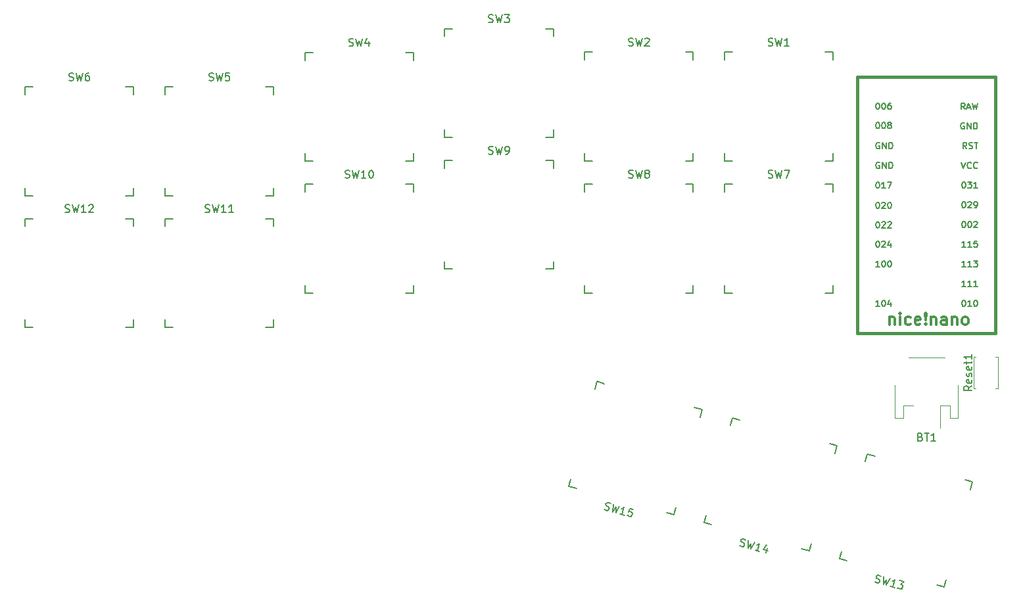
<source format=gbr>
%TF.GenerationSoftware,KiCad,Pcbnew,(5.1.12)-1*%
%TF.CreationDate,2021-12-12T00:25:17+00:00*%
%TF.ProjectId,StenoMi,5374656e-6f4d-4692-9e6b-696361645f70,rev?*%
%TF.SameCoordinates,Original*%
%TF.FileFunction,Legend,Top*%
%TF.FilePolarity,Positive*%
%FSLAX46Y46*%
G04 Gerber Fmt 4.6, Leading zero omitted, Abs format (unit mm)*
G04 Created by KiCad (PCBNEW (5.1.12)-1) date 2021-12-12 00:25:17*
%MOMM*%
%LPD*%
G01*
G04 APERTURE LIST*
%ADD10C,0.381000*%
%ADD11C,0.120000*%
%ADD12C,0.150000*%
%ADD13C,0.300000*%
G04 APERTURE END LIST*
D10*
%TO.C,U1*%
X142240000Y-40640000D02*
X142240000Y-71120000D01*
X142240000Y-71120000D02*
X160020000Y-71120000D01*
X160020000Y-71120000D02*
X160020000Y-40640000D01*
X160020000Y-40640000D02*
X160020000Y-38100000D01*
X160020000Y-38100000D02*
X142240000Y-38100000D01*
X142240000Y-38100000D02*
X142240000Y-40640000D01*
D11*
%TO.C,BT1*%
X155190000Y-77800000D02*
X155190000Y-82050000D01*
X155190000Y-82050000D02*
X154170000Y-82050000D01*
X154170000Y-82050000D02*
X154170000Y-80450000D01*
X154170000Y-80450000D02*
X152890000Y-80450000D01*
X152890000Y-80450000D02*
X152890000Y-83340000D01*
X147070000Y-77800000D02*
X147070000Y-82050000D01*
X147070000Y-82050000D02*
X148090000Y-82050000D01*
X148090000Y-82050000D02*
X148090000Y-80450000D01*
X148090000Y-80450000D02*
X149370000Y-80450000D01*
X153470000Y-74230000D02*
X148790000Y-74230000D01*
D12*
%TO.C,SW15*%
X106020184Y-91125667D02*
X105054258Y-90866847D01*
X105054258Y-90866847D02*
X105313077Y-89900922D01*
X108418905Y-78309812D02*
X108677725Y-77343886D01*
X108677725Y-77343886D02*
X109643650Y-77602705D01*
X121234760Y-80708533D02*
X122200686Y-80967353D01*
X122200686Y-80967353D02*
X121941867Y-81933278D01*
X118836039Y-93524388D02*
X118577219Y-94490314D01*
X118577219Y-94490314D02*
X117611294Y-94231495D01*
%TO.C,SW12*%
X48010210Y-56364687D02*
X49010210Y-56364687D01*
X49010210Y-56364687D02*
X49010210Y-57364687D01*
X49010210Y-69364687D02*
X49010210Y-70364687D01*
X49010210Y-70364687D02*
X48010210Y-70364687D01*
X36010210Y-70364687D02*
X35010210Y-70364687D01*
X35010210Y-70364687D02*
X35010210Y-69364687D01*
X35010210Y-57364687D02*
X35010210Y-56364687D01*
X35010210Y-56364687D02*
X36010210Y-56364687D01*
%TO.C,SW11*%
X66040034Y-56364687D02*
X67040034Y-56364687D01*
X67040034Y-56364687D02*
X67040034Y-57364687D01*
X67040034Y-69364687D02*
X67040034Y-70364687D01*
X67040034Y-70364687D02*
X66040034Y-70364687D01*
X54040034Y-70364687D02*
X53040034Y-70364687D01*
X53040034Y-70364687D02*
X53040034Y-69364687D01*
X53040034Y-57364687D02*
X53040034Y-56364687D01*
X53040034Y-56364687D02*
X54040034Y-56364687D01*
%TO.C,SW10*%
X84057608Y-51933077D02*
X85057608Y-51933077D01*
X85057608Y-51933077D02*
X85057608Y-52933077D01*
X85057608Y-64933077D02*
X85057608Y-65933077D01*
X85057608Y-65933077D02*
X84057608Y-65933077D01*
X72057608Y-65933077D02*
X71057608Y-65933077D01*
X71057608Y-65933077D02*
X71057608Y-64933077D01*
X71057608Y-52933077D02*
X71057608Y-51933077D01*
X71057608Y-51933077D02*
X72057608Y-51933077D01*
%TO.C,SW9*%
X102056221Y-48862250D02*
X103056221Y-48862250D01*
X103056221Y-48862250D02*
X103056221Y-49862250D01*
X103056221Y-61862250D02*
X103056221Y-62862250D01*
X103056221Y-62862250D02*
X102056221Y-62862250D01*
X90056221Y-62862250D02*
X89056221Y-62862250D01*
X89056221Y-62862250D02*
X89056221Y-61862250D01*
X89056221Y-49862250D02*
X89056221Y-48862250D01*
X89056221Y-48862250D02*
X90056221Y-48862250D01*
%TO.C,SW8*%
X120073910Y-51918007D02*
X121073910Y-51918007D01*
X121073910Y-51918007D02*
X121073910Y-52918007D01*
X121073910Y-64918007D02*
X121073910Y-65918007D01*
X121073910Y-65918007D02*
X120073910Y-65918007D01*
X108073910Y-65918007D02*
X107073910Y-65918007D01*
X107073910Y-65918007D02*
X107073910Y-64918007D01*
X107073910Y-52918007D02*
X107073910Y-51918007D01*
X107073910Y-51918007D02*
X108073910Y-51918007D01*
%TO.C,SW7*%
X138076304Y-51918007D02*
X139076304Y-51918007D01*
X139076304Y-51918007D02*
X139076304Y-52918007D01*
X139076304Y-64918007D02*
X139076304Y-65918007D01*
X139076304Y-65918007D02*
X138076304Y-65918007D01*
X126076304Y-65918007D02*
X125076304Y-65918007D01*
X125076304Y-65918007D02*
X125076304Y-64918007D01*
X125076304Y-52918007D02*
X125076304Y-51918007D01*
X125076304Y-51918007D02*
X126076304Y-51918007D01*
%TO.C,SW6*%
X48010210Y-39392980D02*
X49010210Y-39392980D01*
X49010210Y-39392980D02*
X49010210Y-40392980D01*
X49010210Y-52392980D02*
X49010210Y-53392980D01*
X49010210Y-53392980D02*
X48010210Y-53392980D01*
X36010210Y-53392980D02*
X35010210Y-53392980D01*
X35010210Y-53392980D02*
X35010210Y-52392980D01*
X35010210Y-40392980D02*
X35010210Y-39392980D01*
X35010210Y-39392980D02*
X36010210Y-39392980D01*
%TO.C,SW5*%
X66040034Y-39392980D02*
X67040034Y-39392980D01*
X67040034Y-39392980D02*
X67040034Y-40392980D01*
X67040034Y-52392980D02*
X67040034Y-53392980D01*
X67040034Y-53392980D02*
X66040034Y-53392980D01*
X54040034Y-53392980D02*
X53040034Y-53392980D01*
X53040034Y-53392980D02*
X53040034Y-52392980D01*
X53040034Y-40392980D02*
X53040034Y-39392980D01*
X53040034Y-39392980D02*
X54040034Y-39392980D01*
%TO.C,SW4*%
X84057608Y-34961370D02*
X85057608Y-34961370D01*
X85057608Y-34961370D02*
X85057608Y-35961370D01*
X85057608Y-47961370D02*
X85057608Y-48961370D01*
X85057608Y-48961370D02*
X84057608Y-48961370D01*
X72057608Y-48961370D02*
X71057608Y-48961370D01*
X71057608Y-48961370D02*
X71057608Y-47961370D01*
X71057608Y-35961370D02*
X71057608Y-34961370D01*
X71057608Y-34961370D02*
X72057608Y-34961370D01*
%TO.C,SW3*%
X102056221Y-31890543D02*
X103056221Y-31890543D01*
X103056221Y-31890543D02*
X103056221Y-32890543D01*
X103056221Y-44890543D02*
X103056221Y-45890543D01*
X103056221Y-45890543D02*
X102056221Y-45890543D01*
X90056221Y-45890543D02*
X89056221Y-45890543D01*
X89056221Y-45890543D02*
X89056221Y-44890543D01*
X89056221Y-32890543D02*
X89056221Y-31890543D01*
X89056221Y-31890543D02*
X90056221Y-31890543D01*
%TO.C,SW2*%
X120077606Y-34916303D02*
X121077606Y-34916303D01*
X121077606Y-34916303D02*
X121077606Y-35916303D01*
X121077606Y-47916303D02*
X121077606Y-48916303D01*
X121077606Y-48916303D02*
X120077606Y-48916303D01*
X108077606Y-48916303D02*
X107077606Y-48916303D01*
X107077606Y-48916303D02*
X107077606Y-47916303D01*
X107077606Y-35916303D02*
X107077606Y-34916303D01*
X107077606Y-34916303D02*
X108077606Y-34916303D01*
%TO.C,SW1*%
X138080000Y-34916303D02*
X139080000Y-34916303D01*
X139080000Y-34916303D02*
X139080000Y-35916303D01*
X139080000Y-47916303D02*
X139080000Y-48916303D01*
X139080000Y-48916303D02*
X138080000Y-48916303D01*
X126080000Y-48916303D02*
X125080000Y-48916303D01*
X125080000Y-48916303D02*
X125080000Y-47916303D01*
X125080000Y-35916303D02*
X125080000Y-34916303D01*
X125080000Y-34916303D02*
X126080000Y-34916303D01*
%TO.C,SW13*%
X140841407Y-100455986D02*
X139875481Y-100197166D01*
X139875481Y-100197166D02*
X140134300Y-99231241D01*
X143240128Y-87640131D02*
X143498948Y-86674205D01*
X143498948Y-86674205D02*
X144464873Y-86933024D01*
X156055983Y-90038852D02*
X157021909Y-90297672D01*
X157021909Y-90297672D02*
X156763090Y-91263597D01*
X153657262Y-102854707D02*
X153398442Y-103820633D01*
X153398442Y-103820633D02*
X152432517Y-103561814D01*
%TO.C,SW14*%
X123436359Y-95792317D02*
X122470433Y-95533497D01*
X122470433Y-95533497D02*
X122729252Y-94567572D01*
X125835080Y-82976462D02*
X126093900Y-82010536D01*
X126093900Y-82010536D02*
X127059825Y-82269355D01*
X138650935Y-85375183D02*
X139616861Y-85634003D01*
X139616861Y-85634003D02*
X139358042Y-86599928D01*
X136252214Y-98191038D02*
X135993394Y-99156964D01*
X135993394Y-99156964D02*
X135027469Y-98898145D01*
D11*
%TO.C,Reset1*%
X157180000Y-78270000D02*
X157180000Y-74130000D01*
X160020000Y-74130000D02*
X160320000Y-74130000D01*
X160320000Y-74130000D02*
X160320000Y-78270000D01*
X157480000Y-78270000D02*
X157180000Y-78270000D01*
X160320000Y-78270000D02*
X160020000Y-78270000D01*
X157180000Y-74130000D02*
X157480000Y-74130000D01*
%TO.C,U1*%
D13*
X146348285Y-69020571D02*
X146348285Y-70020571D01*
X146348285Y-69163428D02*
X146419714Y-69092000D01*
X146562571Y-69020571D01*
X146776857Y-69020571D01*
X146919714Y-69092000D01*
X146991142Y-69234857D01*
X146991142Y-70020571D01*
X147705428Y-70020571D02*
X147705428Y-69020571D01*
X147705428Y-68520571D02*
X147634000Y-68592000D01*
X147705428Y-68663428D01*
X147776857Y-68592000D01*
X147705428Y-68520571D01*
X147705428Y-68663428D01*
X149062571Y-69949142D02*
X148919714Y-70020571D01*
X148634000Y-70020571D01*
X148491142Y-69949142D01*
X148419714Y-69877714D01*
X148348285Y-69734857D01*
X148348285Y-69306285D01*
X148419714Y-69163428D01*
X148491142Y-69092000D01*
X148634000Y-69020571D01*
X148919714Y-69020571D01*
X149062571Y-69092000D01*
X150276857Y-69949142D02*
X150134000Y-70020571D01*
X149848285Y-70020571D01*
X149705428Y-69949142D01*
X149634000Y-69806285D01*
X149634000Y-69234857D01*
X149705428Y-69092000D01*
X149848285Y-69020571D01*
X150134000Y-69020571D01*
X150276857Y-69092000D01*
X150348285Y-69234857D01*
X150348285Y-69377714D01*
X149634000Y-69520571D01*
X150991142Y-69877714D02*
X151062571Y-69949142D01*
X150991142Y-70020571D01*
X150919714Y-69949142D01*
X150991142Y-69877714D01*
X150991142Y-70020571D01*
X150991142Y-69449142D02*
X150919714Y-68592000D01*
X150991142Y-68520571D01*
X151062571Y-68592000D01*
X150991142Y-69449142D01*
X150991142Y-68520571D01*
X151705428Y-69020571D02*
X151705428Y-70020571D01*
X151705428Y-69163428D02*
X151776857Y-69092000D01*
X151919714Y-69020571D01*
X152134000Y-69020571D01*
X152276857Y-69092000D01*
X152348285Y-69234857D01*
X152348285Y-70020571D01*
X153705428Y-70020571D02*
X153705428Y-69234857D01*
X153634000Y-69092000D01*
X153491142Y-69020571D01*
X153205428Y-69020571D01*
X153062571Y-69092000D01*
X153705428Y-69949142D02*
X153562571Y-70020571D01*
X153205428Y-70020571D01*
X153062571Y-69949142D01*
X152991142Y-69806285D01*
X152991142Y-69663428D01*
X153062571Y-69520571D01*
X153205428Y-69449142D01*
X153562571Y-69449142D01*
X153705428Y-69377714D01*
X154419714Y-69020571D02*
X154419714Y-70020571D01*
X154419714Y-69163428D02*
X154491142Y-69092000D01*
X154634000Y-69020571D01*
X154848285Y-69020571D01*
X154991142Y-69092000D01*
X155062571Y-69234857D01*
X155062571Y-70020571D01*
X155991142Y-70020571D02*
X155848285Y-69949142D01*
X155776857Y-69877714D01*
X155705428Y-69734857D01*
X155705428Y-69306285D01*
X155776857Y-69163428D01*
X155848285Y-69092000D01*
X155991142Y-69020571D01*
X156205428Y-69020571D01*
X156348285Y-69092000D01*
X156419714Y-69163428D01*
X156491142Y-69306285D01*
X156491142Y-69734857D01*
X156419714Y-69877714D01*
X156348285Y-69949142D01*
X156205428Y-70020571D01*
X155991142Y-70020571D01*
D12*
X155867191Y-66871904D02*
X155943381Y-66871904D01*
X156019571Y-66910000D01*
X156057667Y-66948095D01*
X156095762Y-67024285D01*
X156133857Y-67176666D01*
X156133857Y-67367142D01*
X156095762Y-67519523D01*
X156057667Y-67595714D01*
X156019571Y-67633809D01*
X155943381Y-67671904D01*
X155867191Y-67671904D01*
X155791000Y-67633809D01*
X155752905Y-67595714D01*
X155714810Y-67519523D01*
X155676714Y-67367142D01*
X155676714Y-67176666D01*
X155714810Y-67024285D01*
X155752905Y-66948095D01*
X155791000Y-66910000D01*
X155867191Y-66871904D01*
X156895762Y-67671904D02*
X156438619Y-67671904D01*
X156667191Y-67671904D02*
X156667191Y-66871904D01*
X156591000Y-66986190D01*
X156514810Y-67062380D01*
X156438619Y-67100476D01*
X157391000Y-66871904D02*
X157467191Y-66871904D01*
X157543381Y-66910000D01*
X157581476Y-66948095D01*
X157619571Y-67024285D01*
X157657667Y-67176666D01*
X157657667Y-67367142D01*
X157619571Y-67519523D01*
X157581476Y-67595714D01*
X157543381Y-67633809D01*
X157467191Y-67671904D01*
X157391000Y-67671904D01*
X157314810Y-67633809D01*
X157276714Y-67595714D01*
X157238619Y-67519523D01*
X157200524Y-67367142D01*
X157200524Y-67176666D01*
X157238619Y-67024285D01*
X157276714Y-66948095D01*
X157314810Y-66910000D01*
X157391000Y-66871904D01*
X156133857Y-60051904D02*
X155676714Y-60051904D01*
X155905286Y-60051904D02*
X155905286Y-59251904D01*
X155829095Y-59366190D01*
X155752905Y-59442380D01*
X155676714Y-59480476D01*
X156895762Y-60051904D02*
X156438619Y-60051904D01*
X156667191Y-60051904D02*
X156667191Y-59251904D01*
X156591000Y-59366190D01*
X156514810Y-59442380D01*
X156438619Y-59480476D01*
X157619571Y-59251904D02*
X157238619Y-59251904D01*
X157200524Y-59632857D01*
X157238619Y-59594761D01*
X157314810Y-59556666D01*
X157505286Y-59556666D01*
X157581476Y-59594761D01*
X157619571Y-59632857D01*
X157657667Y-59709047D01*
X157657667Y-59899523D01*
X157619571Y-59975714D01*
X157581476Y-60013809D01*
X157505286Y-60051904D01*
X157314810Y-60051904D01*
X157238619Y-60013809D01*
X157200524Y-59975714D01*
X155867191Y-56711904D02*
X155943381Y-56711904D01*
X156019571Y-56750000D01*
X156057667Y-56788095D01*
X156095762Y-56864285D01*
X156133857Y-57016666D01*
X156133857Y-57207142D01*
X156095762Y-57359523D01*
X156057667Y-57435714D01*
X156019571Y-57473809D01*
X155943381Y-57511904D01*
X155867191Y-57511904D01*
X155791000Y-57473809D01*
X155752905Y-57435714D01*
X155714810Y-57359523D01*
X155676714Y-57207142D01*
X155676714Y-57016666D01*
X155714810Y-56864285D01*
X155752905Y-56788095D01*
X155791000Y-56750000D01*
X155867191Y-56711904D01*
X156629095Y-56711904D02*
X156705286Y-56711904D01*
X156781476Y-56750000D01*
X156819571Y-56788095D01*
X156857667Y-56864285D01*
X156895762Y-57016666D01*
X156895762Y-57207142D01*
X156857667Y-57359523D01*
X156819571Y-57435714D01*
X156781476Y-57473809D01*
X156705286Y-57511904D01*
X156629095Y-57511904D01*
X156552905Y-57473809D01*
X156514810Y-57435714D01*
X156476714Y-57359523D01*
X156438619Y-57207142D01*
X156438619Y-57016666D01*
X156476714Y-56864285D01*
X156514810Y-56788095D01*
X156552905Y-56750000D01*
X156629095Y-56711904D01*
X157200524Y-56788095D02*
X157238619Y-56750000D01*
X157314810Y-56711904D01*
X157505286Y-56711904D01*
X157581476Y-56750000D01*
X157619571Y-56788095D01*
X157657667Y-56864285D01*
X157657667Y-56940476D01*
X157619571Y-57054761D01*
X157162429Y-57511904D01*
X157657667Y-57511904D01*
X155867191Y-54171904D02*
X155943381Y-54171904D01*
X156019571Y-54210000D01*
X156057667Y-54248095D01*
X156095762Y-54324285D01*
X156133857Y-54476666D01*
X156133857Y-54667142D01*
X156095762Y-54819523D01*
X156057667Y-54895714D01*
X156019571Y-54933809D01*
X155943381Y-54971904D01*
X155867191Y-54971904D01*
X155791000Y-54933809D01*
X155752905Y-54895714D01*
X155714810Y-54819523D01*
X155676714Y-54667142D01*
X155676714Y-54476666D01*
X155714810Y-54324285D01*
X155752905Y-54248095D01*
X155791000Y-54210000D01*
X155867191Y-54171904D01*
X156438619Y-54248095D02*
X156476714Y-54210000D01*
X156552905Y-54171904D01*
X156743381Y-54171904D01*
X156819571Y-54210000D01*
X156857667Y-54248095D01*
X156895762Y-54324285D01*
X156895762Y-54400476D01*
X156857667Y-54514761D01*
X156400524Y-54971904D01*
X156895762Y-54971904D01*
X157276714Y-54971904D02*
X157429095Y-54971904D01*
X157505286Y-54933809D01*
X157543381Y-54895714D01*
X157619571Y-54781428D01*
X157657667Y-54629047D01*
X157657667Y-54324285D01*
X157619571Y-54248095D01*
X157581476Y-54210000D01*
X157505286Y-54171904D01*
X157352905Y-54171904D01*
X157276714Y-54210000D01*
X157238619Y-54248095D01*
X157200524Y-54324285D01*
X157200524Y-54514761D01*
X157238619Y-54590952D01*
X157276714Y-54629047D01*
X157352905Y-54667142D01*
X157505286Y-54667142D01*
X157581476Y-54629047D01*
X157619571Y-54590952D01*
X157657667Y-54514761D01*
X156051334Y-42271904D02*
X155784667Y-41890952D01*
X155594191Y-42271904D02*
X155594191Y-41471904D01*
X155898953Y-41471904D01*
X155975143Y-41510000D01*
X156013238Y-41548095D01*
X156051334Y-41624285D01*
X156051334Y-41738571D01*
X156013238Y-41814761D01*
X155975143Y-41852857D01*
X155898953Y-41890952D01*
X155594191Y-41890952D01*
X156356095Y-42043333D02*
X156737048Y-42043333D01*
X156279905Y-42271904D02*
X156546572Y-41471904D01*
X156813238Y-42271904D01*
X157003715Y-41471904D02*
X157194191Y-42271904D01*
X157346572Y-41700476D01*
X157498953Y-42271904D01*
X157689429Y-41471904D01*
X155975143Y-44050000D02*
X155898952Y-44011904D01*
X155784667Y-44011904D01*
X155670381Y-44050000D01*
X155594190Y-44126190D01*
X155556095Y-44202380D01*
X155518000Y-44354761D01*
X155518000Y-44469047D01*
X155556095Y-44621428D01*
X155594190Y-44697619D01*
X155670381Y-44773809D01*
X155784667Y-44811904D01*
X155860857Y-44811904D01*
X155975143Y-44773809D01*
X156013238Y-44735714D01*
X156013238Y-44469047D01*
X155860857Y-44469047D01*
X156356095Y-44811904D02*
X156356095Y-44011904D01*
X156813238Y-44811904D01*
X156813238Y-44011904D01*
X157194190Y-44811904D02*
X157194190Y-44011904D01*
X157384667Y-44011904D01*
X157498952Y-44050000D01*
X157575143Y-44126190D01*
X157613238Y-44202380D01*
X157651333Y-44354761D01*
X157651333Y-44469047D01*
X157613238Y-44621428D01*
X157575143Y-44697619D01*
X157498952Y-44773809D01*
X157384667Y-44811904D01*
X157194190Y-44811904D01*
X156279904Y-47351904D02*
X156013238Y-46970952D01*
X155822761Y-47351904D02*
X155822761Y-46551904D01*
X156127523Y-46551904D01*
X156203714Y-46590000D01*
X156241809Y-46628095D01*
X156279904Y-46704285D01*
X156279904Y-46818571D01*
X156241809Y-46894761D01*
X156203714Y-46932857D01*
X156127523Y-46970952D01*
X155822761Y-46970952D01*
X156584666Y-47313809D02*
X156698952Y-47351904D01*
X156889428Y-47351904D01*
X156965619Y-47313809D01*
X157003714Y-47275714D01*
X157041809Y-47199523D01*
X157041809Y-47123333D01*
X157003714Y-47047142D01*
X156965619Y-47009047D01*
X156889428Y-46970952D01*
X156737047Y-46932857D01*
X156660857Y-46894761D01*
X156622761Y-46856666D01*
X156584666Y-46780476D01*
X156584666Y-46704285D01*
X156622761Y-46628095D01*
X156660857Y-46590000D01*
X156737047Y-46551904D01*
X156927523Y-46551904D01*
X157041809Y-46590000D01*
X157270380Y-46551904D02*
X157727523Y-46551904D01*
X157498952Y-47351904D02*
X157498952Y-46551904D01*
X155600524Y-49091904D02*
X155867191Y-49891904D01*
X156133857Y-49091904D01*
X156857667Y-49815714D02*
X156819571Y-49853809D01*
X156705286Y-49891904D01*
X156629095Y-49891904D01*
X156514810Y-49853809D01*
X156438619Y-49777619D01*
X156400524Y-49701428D01*
X156362429Y-49549047D01*
X156362429Y-49434761D01*
X156400524Y-49282380D01*
X156438619Y-49206190D01*
X156514810Y-49130000D01*
X156629095Y-49091904D01*
X156705286Y-49091904D01*
X156819571Y-49130000D01*
X156857667Y-49168095D01*
X157657667Y-49815714D02*
X157619571Y-49853809D01*
X157505286Y-49891904D01*
X157429095Y-49891904D01*
X157314810Y-49853809D01*
X157238619Y-49777619D01*
X157200524Y-49701428D01*
X157162429Y-49549047D01*
X157162429Y-49434761D01*
X157200524Y-49282380D01*
X157238619Y-49206190D01*
X157314810Y-49130000D01*
X157429095Y-49091904D01*
X157505286Y-49091904D01*
X157619571Y-49130000D01*
X157657667Y-49168095D01*
X155867191Y-51631904D02*
X155943381Y-51631904D01*
X156019571Y-51670000D01*
X156057667Y-51708095D01*
X156095762Y-51784285D01*
X156133857Y-51936666D01*
X156133857Y-52127142D01*
X156095762Y-52279523D01*
X156057667Y-52355714D01*
X156019571Y-52393809D01*
X155943381Y-52431904D01*
X155867191Y-52431904D01*
X155791000Y-52393809D01*
X155752905Y-52355714D01*
X155714810Y-52279523D01*
X155676714Y-52127142D01*
X155676714Y-51936666D01*
X155714810Y-51784285D01*
X155752905Y-51708095D01*
X155791000Y-51670000D01*
X155867191Y-51631904D01*
X156400524Y-51631904D02*
X156895762Y-51631904D01*
X156629095Y-51936666D01*
X156743381Y-51936666D01*
X156819571Y-51974761D01*
X156857667Y-52012857D01*
X156895762Y-52089047D01*
X156895762Y-52279523D01*
X156857667Y-52355714D01*
X156819571Y-52393809D01*
X156743381Y-52431904D01*
X156514810Y-52431904D01*
X156438619Y-52393809D01*
X156400524Y-52355714D01*
X157657667Y-52431904D02*
X157200524Y-52431904D01*
X157429095Y-52431904D02*
X157429095Y-51631904D01*
X157352905Y-51746190D01*
X157276714Y-51822380D01*
X157200524Y-51860476D01*
X156133857Y-62591904D02*
X155676714Y-62591904D01*
X155905286Y-62591904D02*
X155905286Y-61791904D01*
X155829095Y-61906190D01*
X155752905Y-61982380D01*
X155676714Y-62020476D01*
X156895762Y-62591904D02*
X156438619Y-62591904D01*
X156667191Y-62591904D02*
X156667191Y-61791904D01*
X156591000Y-61906190D01*
X156514810Y-61982380D01*
X156438619Y-62020476D01*
X157162429Y-61791904D02*
X157657667Y-61791904D01*
X157391000Y-62096666D01*
X157505286Y-62096666D01*
X157581476Y-62134761D01*
X157619571Y-62172857D01*
X157657667Y-62249047D01*
X157657667Y-62439523D01*
X157619571Y-62515714D01*
X157581476Y-62553809D01*
X157505286Y-62591904D01*
X157276714Y-62591904D01*
X157200524Y-62553809D01*
X157162429Y-62515714D01*
X156133857Y-65131904D02*
X155676714Y-65131904D01*
X155905286Y-65131904D02*
X155905286Y-64331904D01*
X155829095Y-64446190D01*
X155752905Y-64522380D01*
X155676714Y-64560476D01*
X156895762Y-65131904D02*
X156438619Y-65131904D01*
X156667191Y-65131904D02*
X156667191Y-64331904D01*
X156591000Y-64446190D01*
X156514810Y-64522380D01*
X156438619Y-64560476D01*
X157657667Y-65131904D02*
X157200524Y-65131904D01*
X157429095Y-65131904D02*
X157429095Y-64331904D01*
X157352905Y-64446190D01*
X157276714Y-64522380D01*
X157200524Y-64560476D01*
X145059476Y-67671904D02*
X144602333Y-67671904D01*
X144830905Y-67671904D02*
X144830905Y-66871904D01*
X144754714Y-66986190D01*
X144678524Y-67062380D01*
X144602333Y-67100476D01*
X145554714Y-66871904D02*
X145630905Y-66871904D01*
X145707095Y-66910000D01*
X145745190Y-66948095D01*
X145783286Y-67024285D01*
X145821381Y-67176666D01*
X145821381Y-67367142D01*
X145783286Y-67519523D01*
X145745190Y-67595714D01*
X145707095Y-67633809D01*
X145630905Y-67671904D01*
X145554714Y-67671904D01*
X145478524Y-67633809D01*
X145440429Y-67595714D01*
X145402333Y-67519523D01*
X145364238Y-67367142D01*
X145364238Y-67176666D01*
X145402333Y-67024285D01*
X145440429Y-66948095D01*
X145478524Y-66910000D01*
X145554714Y-66871904D01*
X146507095Y-67138571D02*
X146507095Y-67671904D01*
X146316619Y-66833809D02*
X146126143Y-67405238D01*
X146621381Y-67405238D01*
X145059476Y-62591904D02*
X144602333Y-62591904D01*
X144830905Y-62591904D02*
X144830905Y-61791904D01*
X144754714Y-61906190D01*
X144678524Y-61982380D01*
X144602333Y-62020476D01*
X145554714Y-61791904D02*
X145630905Y-61791904D01*
X145707095Y-61830000D01*
X145745190Y-61868095D01*
X145783286Y-61944285D01*
X145821381Y-62096666D01*
X145821381Y-62287142D01*
X145783286Y-62439523D01*
X145745190Y-62515714D01*
X145707095Y-62553809D01*
X145630905Y-62591904D01*
X145554714Y-62591904D01*
X145478524Y-62553809D01*
X145440429Y-62515714D01*
X145402333Y-62439523D01*
X145364238Y-62287142D01*
X145364238Y-62096666D01*
X145402333Y-61944285D01*
X145440429Y-61868095D01*
X145478524Y-61830000D01*
X145554714Y-61791904D01*
X146316619Y-61791904D02*
X146392810Y-61791904D01*
X146469000Y-61830000D01*
X146507095Y-61868095D01*
X146545190Y-61944285D01*
X146583286Y-62096666D01*
X146583286Y-62287142D01*
X146545190Y-62439523D01*
X146507095Y-62515714D01*
X146469000Y-62553809D01*
X146392810Y-62591904D01*
X146316619Y-62591904D01*
X146240429Y-62553809D01*
X146202333Y-62515714D01*
X146164238Y-62439523D01*
X146126143Y-62287142D01*
X146126143Y-62096666D01*
X146164238Y-61944285D01*
X146202333Y-61868095D01*
X146240429Y-61830000D01*
X146316619Y-61791904D01*
X144792810Y-59251904D02*
X144869000Y-59251904D01*
X144945190Y-59290000D01*
X144983286Y-59328095D01*
X145021381Y-59404285D01*
X145059476Y-59556666D01*
X145059476Y-59747142D01*
X145021381Y-59899523D01*
X144983286Y-59975714D01*
X144945190Y-60013809D01*
X144869000Y-60051904D01*
X144792810Y-60051904D01*
X144716619Y-60013809D01*
X144678524Y-59975714D01*
X144640429Y-59899523D01*
X144602333Y-59747142D01*
X144602333Y-59556666D01*
X144640429Y-59404285D01*
X144678524Y-59328095D01*
X144716619Y-59290000D01*
X144792810Y-59251904D01*
X145364238Y-59328095D02*
X145402333Y-59290000D01*
X145478524Y-59251904D01*
X145669000Y-59251904D01*
X145745190Y-59290000D01*
X145783286Y-59328095D01*
X145821381Y-59404285D01*
X145821381Y-59480476D01*
X145783286Y-59594761D01*
X145326143Y-60051904D01*
X145821381Y-60051904D01*
X146507095Y-59518571D02*
X146507095Y-60051904D01*
X146316619Y-59213809D02*
X146126143Y-59785238D01*
X146621381Y-59785238D01*
X144792810Y-56741904D02*
X144869000Y-56741904D01*
X144945190Y-56780000D01*
X144983286Y-56818095D01*
X145021381Y-56894285D01*
X145059476Y-57046666D01*
X145059476Y-57237142D01*
X145021381Y-57389523D01*
X144983286Y-57465714D01*
X144945190Y-57503809D01*
X144869000Y-57541904D01*
X144792810Y-57541904D01*
X144716619Y-57503809D01*
X144678524Y-57465714D01*
X144640429Y-57389523D01*
X144602333Y-57237142D01*
X144602333Y-57046666D01*
X144640429Y-56894285D01*
X144678524Y-56818095D01*
X144716619Y-56780000D01*
X144792810Y-56741904D01*
X145364238Y-56818095D02*
X145402333Y-56780000D01*
X145478524Y-56741904D01*
X145669000Y-56741904D01*
X145745190Y-56780000D01*
X145783286Y-56818095D01*
X145821381Y-56894285D01*
X145821381Y-56970476D01*
X145783286Y-57084761D01*
X145326143Y-57541904D01*
X145821381Y-57541904D01*
X146126143Y-56818095D02*
X146164238Y-56780000D01*
X146240429Y-56741904D01*
X146430905Y-56741904D01*
X146507095Y-56780000D01*
X146545190Y-56818095D01*
X146583286Y-56894285D01*
X146583286Y-56970476D01*
X146545190Y-57084761D01*
X146088048Y-57541904D01*
X146583286Y-57541904D01*
X145059476Y-46590000D02*
X144983285Y-46551904D01*
X144869000Y-46551904D01*
X144754714Y-46590000D01*
X144678523Y-46666190D01*
X144640428Y-46742380D01*
X144602333Y-46894761D01*
X144602333Y-47009047D01*
X144640428Y-47161428D01*
X144678523Y-47237619D01*
X144754714Y-47313809D01*
X144869000Y-47351904D01*
X144945190Y-47351904D01*
X145059476Y-47313809D01*
X145097571Y-47275714D01*
X145097571Y-47009047D01*
X144945190Y-47009047D01*
X145440428Y-47351904D02*
X145440428Y-46551904D01*
X145897571Y-47351904D01*
X145897571Y-46551904D01*
X146278523Y-47351904D02*
X146278523Y-46551904D01*
X146469000Y-46551904D01*
X146583285Y-46590000D01*
X146659476Y-46666190D01*
X146697571Y-46742380D01*
X146735666Y-46894761D01*
X146735666Y-47009047D01*
X146697571Y-47161428D01*
X146659476Y-47237619D01*
X146583285Y-47313809D01*
X146469000Y-47351904D01*
X146278523Y-47351904D01*
X145059476Y-49130000D02*
X144983285Y-49091904D01*
X144869000Y-49091904D01*
X144754714Y-49130000D01*
X144678523Y-49206190D01*
X144640428Y-49282380D01*
X144602333Y-49434761D01*
X144602333Y-49549047D01*
X144640428Y-49701428D01*
X144678523Y-49777619D01*
X144754714Y-49853809D01*
X144869000Y-49891904D01*
X144945190Y-49891904D01*
X145059476Y-49853809D01*
X145097571Y-49815714D01*
X145097571Y-49549047D01*
X144945190Y-49549047D01*
X145440428Y-49891904D02*
X145440428Y-49091904D01*
X145897571Y-49891904D01*
X145897571Y-49091904D01*
X146278523Y-49891904D02*
X146278523Y-49091904D01*
X146469000Y-49091904D01*
X146583285Y-49130000D01*
X146659476Y-49206190D01*
X146697571Y-49282380D01*
X146735666Y-49434761D01*
X146735666Y-49549047D01*
X146697571Y-49701428D01*
X146659476Y-49777619D01*
X146583285Y-49853809D01*
X146469000Y-49891904D01*
X146278523Y-49891904D01*
X144792810Y-51641904D02*
X144869000Y-51641904D01*
X144945190Y-51680000D01*
X144983286Y-51718095D01*
X145021381Y-51794285D01*
X145059476Y-51946666D01*
X145059476Y-52137142D01*
X145021381Y-52289523D01*
X144983286Y-52365714D01*
X144945190Y-52403809D01*
X144869000Y-52441904D01*
X144792810Y-52441904D01*
X144716619Y-52403809D01*
X144678524Y-52365714D01*
X144640429Y-52289523D01*
X144602333Y-52137142D01*
X144602333Y-51946666D01*
X144640429Y-51794285D01*
X144678524Y-51718095D01*
X144716619Y-51680000D01*
X144792810Y-51641904D01*
X145821381Y-52441904D02*
X145364238Y-52441904D01*
X145592810Y-52441904D02*
X145592810Y-51641904D01*
X145516619Y-51756190D01*
X145440429Y-51832380D01*
X145364238Y-51870476D01*
X146088048Y-51641904D02*
X146621381Y-51641904D01*
X146278524Y-52441904D01*
X144792810Y-54241904D02*
X144869000Y-54241904D01*
X144945190Y-54280000D01*
X144983286Y-54318095D01*
X145021381Y-54394285D01*
X145059476Y-54546666D01*
X145059476Y-54737142D01*
X145021381Y-54889523D01*
X144983286Y-54965714D01*
X144945190Y-55003809D01*
X144869000Y-55041904D01*
X144792810Y-55041904D01*
X144716619Y-55003809D01*
X144678524Y-54965714D01*
X144640429Y-54889523D01*
X144602333Y-54737142D01*
X144602333Y-54546666D01*
X144640429Y-54394285D01*
X144678524Y-54318095D01*
X144716619Y-54280000D01*
X144792810Y-54241904D01*
X145364238Y-54318095D02*
X145402333Y-54280000D01*
X145478524Y-54241904D01*
X145669000Y-54241904D01*
X145745190Y-54280000D01*
X145783286Y-54318095D01*
X145821381Y-54394285D01*
X145821381Y-54470476D01*
X145783286Y-54584761D01*
X145326143Y-55041904D01*
X145821381Y-55041904D01*
X146316619Y-54241904D02*
X146392810Y-54241904D01*
X146469000Y-54280000D01*
X146507095Y-54318095D01*
X146545190Y-54394285D01*
X146583286Y-54546666D01*
X146583286Y-54737142D01*
X146545190Y-54889523D01*
X146507095Y-54965714D01*
X146469000Y-55003809D01*
X146392810Y-55041904D01*
X146316619Y-55041904D01*
X146240429Y-55003809D01*
X146202333Y-54965714D01*
X146164238Y-54889523D01*
X146126143Y-54737142D01*
X146126143Y-54546666D01*
X146164238Y-54394285D01*
X146202333Y-54318095D01*
X146240429Y-54280000D01*
X146316619Y-54241904D01*
X144792810Y-43941904D02*
X144869000Y-43941904D01*
X144945190Y-43980000D01*
X144983286Y-44018095D01*
X145021381Y-44094285D01*
X145059476Y-44246666D01*
X145059476Y-44437142D01*
X145021381Y-44589523D01*
X144983286Y-44665714D01*
X144945190Y-44703809D01*
X144869000Y-44741904D01*
X144792810Y-44741904D01*
X144716619Y-44703809D01*
X144678524Y-44665714D01*
X144640429Y-44589523D01*
X144602333Y-44437142D01*
X144602333Y-44246666D01*
X144640429Y-44094285D01*
X144678524Y-44018095D01*
X144716619Y-43980000D01*
X144792810Y-43941904D01*
X145554714Y-43941904D02*
X145630905Y-43941904D01*
X145707095Y-43980000D01*
X145745190Y-44018095D01*
X145783286Y-44094285D01*
X145821381Y-44246666D01*
X145821381Y-44437142D01*
X145783286Y-44589523D01*
X145745190Y-44665714D01*
X145707095Y-44703809D01*
X145630905Y-44741904D01*
X145554714Y-44741904D01*
X145478524Y-44703809D01*
X145440429Y-44665714D01*
X145402333Y-44589523D01*
X145364238Y-44437142D01*
X145364238Y-44246666D01*
X145402333Y-44094285D01*
X145440429Y-44018095D01*
X145478524Y-43980000D01*
X145554714Y-43941904D01*
X146278524Y-44284761D02*
X146202333Y-44246666D01*
X146164238Y-44208571D01*
X146126143Y-44132380D01*
X146126143Y-44094285D01*
X146164238Y-44018095D01*
X146202333Y-43980000D01*
X146278524Y-43941904D01*
X146430905Y-43941904D01*
X146507095Y-43980000D01*
X146545190Y-44018095D01*
X146583286Y-44094285D01*
X146583286Y-44132380D01*
X146545190Y-44208571D01*
X146507095Y-44246666D01*
X146430905Y-44284761D01*
X146278524Y-44284761D01*
X146202333Y-44322857D01*
X146164238Y-44360952D01*
X146126143Y-44437142D01*
X146126143Y-44589523D01*
X146164238Y-44665714D01*
X146202333Y-44703809D01*
X146278524Y-44741904D01*
X146430905Y-44741904D01*
X146507095Y-44703809D01*
X146545190Y-44665714D01*
X146583286Y-44589523D01*
X146583286Y-44437142D01*
X146545190Y-44360952D01*
X146507095Y-44322857D01*
X146430905Y-44284761D01*
X144792810Y-41471904D02*
X144869000Y-41471904D01*
X144945190Y-41510000D01*
X144983286Y-41548095D01*
X145021381Y-41624285D01*
X145059476Y-41776666D01*
X145059476Y-41967142D01*
X145021381Y-42119523D01*
X144983286Y-42195714D01*
X144945190Y-42233809D01*
X144869000Y-42271904D01*
X144792810Y-42271904D01*
X144716619Y-42233809D01*
X144678524Y-42195714D01*
X144640429Y-42119523D01*
X144602333Y-41967142D01*
X144602333Y-41776666D01*
X144640429Y-41624285D01*
X144678524Y-41548095D01*
X144716619Y-41510000D01*
X144792810Y-41471904D01*
X145554714Y-41471904D02*
X145630905Y-41471904D01*
X145707095Y-41510000D01*
X145745190Y-41548095D01*
X145783286Y-41624285D01*
X145821381Y-41776666D01*
X145821381Y-41967142D01*
X145783286Y-42119523D01*
X145745190Y-42195714D01*
X145707095Y-42233809D01*
X145630905Y-42271904D01*
X145554714Y-42271904D01*
X145478524Y-42233809D01*
X145440429Y-42195714D01*
X145402333Y-42119523D01*
X145364238Y-41967142D01*
X145364238Y-41776666D01*
X145402333Y-41624285D01*
X145440429Y-41548095D01*
X145478524Y-41510000D01*
X145554714Y-41471904D01*
X146507095Y-41471904D02*
X146354714Y-41471904D01*
X146278524Y-41510000D01*
X146240429Y-41548095D01*
X146164238Y-41662380D01*
X146126143Y-41814761D01*
X146126143Y-42119523D01*
X146164238Y-42195714D01*
X146202333Y-42233809D01*
X146278524Y-42271904D01*
X146430905Y-42271904D01*
X146507095Y-42233809D01*
X146545190Y-42195714D01*
X146583286Y-42119523D01*
X146583286Y-41929047D01*
X146545190Y-41852857D01*
X146507095Y-41814761D01*
X146430905Y-41776666D01*
X146278524Y-41776666D01*
X146202333Y-41814761D01*
X146164238Y-41852857D01*
X146126143Y-41929047D01*
%TO.C,BT1*%
X150344285Y-84468571D02*
X150487142Y-84516190D01*
X150534761Y-84563809D01*
X150582380Y-84659047D01*
X150582380Y-84801904D01*
X150534761Y-84897142D01*
X150487142Y-84944761D01*
X150391904Y-84992380D01*
X150010952Y-84992380D01*
X150010952Y-83992380D01*
X150344285Y-83992380D01*
X150439523Y-84040000D01*
X150487142Y-84087619D01*
X150534761Y-84182857D01*
X150534761Y-84278095D01*
X150487142Y-84373333D01*
X150439523Y-84420952D01*
X150344285Y-84468571D01*
X150010952Y-84468571D01*
X150868095Y-83992380D02*
X151439523Y-83992380D01*
X151153809Y-84992380D02*
X151153809Y-83992380D01*
X152296666Y-84992380D02*
X151725238Y-84992380D01*
X152010952Y-84992380D02*
X152010952Y-83992380D01*
X151915714Y-84135238D01*
X151820476Y-84230476D01*
X151725238Y-84278095D01*
%TO.C,SW15*%
X109638295Y-93813448D02*
X109763959Y-93896419D01*
X109993942Y-93958042D01*
X110098259Y-93936695D01*
X110156580Y-93903024D01*
X110227226Y-93823355D01*
X110251876Y-93731363D01*
X110230529Y-93627045D01*
X110196857Y-93568724D01*
X110117189Y-93498078D01*
X109945528Y-93402782D01*
X109865859Y-93332137D01*
X109832188Y-93273815D01*
X109810841Y-93169498D01*
X109835490Y-93077505D01*
X109906136Y-92997837D01*
X109964457Y-92964165D01*
X110068775Y-92942818D01*
X110298757Y-93004441D01*
X110424422Y-93087412D01*
X110758722Y-93127689D02*
X110729885Y-94155238D01*
X111098742Y-93514590D01*
X111097857Y-94253836D01*
X111586658Y-93349533D01*
X112201772Y-94549629D02*
X111649815Y-94401732D01*
X111925793Y-94475681D02*
X112184612Y-93509755D01*
X112055645Y-93623095D01*
X111939003Y-93690438D01*
X111834685Y-93711785D01*
X113334524Y-93817873D02*
X112874559Y-93694625D01*
X112705316Y-94142265D01*
X112763637Y-94108594D01*
X112867955Y-94087247D01*
X113097937Y-94148870D01*
X113177605Y-94219516D01*
X113211277Y-94277837D01*
X113232624Y-94382155D01*
X113171000Y-94612137D01*
X113100354Y-94691806D01*
X113042033Y-94725477D01*
X112937716Y-94746824D01*
X112707733Y-94685201D01*
X112628065Y-94614555D01*
X112594393Y-94556234D01*
%TO.C,SW12*%
X40200686Y-55514448D02*
X40343543Y-55562067D01*
X40581638Y-55562067D01*
X40676876Y-55514448D01*
X40724495Y-55466829D01*
X40772114Y-55371591D01*
X40772114Y-55276353D01*
X40724495Y-55181115D01*
X40676876Y-55133496D01*
X40581638Y-55085877D01*
X40391162Y-55038258D01*
X40295924Y-54990639D01*
X40248305Y-54943020D01*
X40200686Y-54847782D01*
X40200686Y-54752544D01*
X40248305Y-54657306D01*
X40295924Y-54609687D01*
X40391162Y-54562067D01*
X40629257Y-54562067D01*
X40772114Y-54609687D01*
X41105448Y-54562067D02*
X41343543Y-55562067D01*
X41534019Y-54847782D01*
X41724495Y-55562067D01*
X41962590Y-54562067D01*
X42867352Y-55562067D02*
X42295924Y-55562067D01*
X42581638Y-55562067D02*
X42581638Y-54562067D01*
X42486400Y-54704925D01*
X42391162Y-54800163D01*
X42295924Y-54847782D01*
X43248305Y-54657306D02*
X43295924Y-54609687D01*
X43391162Y-54562067D01*
X43629257Y-54562067D01*
X43724495Y-54609687D01*
X43772114Y-54657306D01*
X43819733Y-54752544D01*
X43819733Y-54847782D01*
X43772114Y-54990639D01*
X43200686Y-55562067D01*
X43819733Y-55562067D01*
%TO.C,SW11*%
X58230510Y-55514448D02*
X58373367Y-55562067D01*
X58611462Y-55562067D01*
X58706700Y-55514448D01*
X58754319Y-55466829D01*
X58801938Y-55371591D01*
X58801938Y-55276353D01*
X58754319Y-55181115D01*
X58706700Y-55133496D01*
X58611462Y-55085877D01*
X58420986Y-55038258D01*
X58325748Y-54990639D01*
X58278129Y-54943020D01*
X58230510Y-54847782D01*
X58230510Y-54752544D01*
X58278129Y-54657306D01*
X58325748Y-54609687D01*
X58420986Y-54562067D01*
X58659081Y-54562067D01*
X58801938Y-54609687D01*
X59135272Y-54562067D02*
X59373367Y-55562067D01*
X59563843Y-54847782D01*
X59754319Y-55562067D01*
X59992414Y-54562067D01*
X60897176Y-55562067D02*
X60325748Y-55562067D01*
X60611462Y-55562067D02*
X60611462Y-54562067D01*
X60516224Y-54704925D01*
X60420986Y-54800163D01*
X60325748Y-54847782D01*
X61849557Y-55562067D02*
X61278129Y-55562067D01*
X61563843Y-55562067D02*
X61563843Y-54562067D01*
X61468605Y-54704925D01*
X61373367Y-54800163D01*
X61278129Y-54847782D01*
%TO.C,SW10*%
X76248084Y-51082838D02*
X76390941Y-51130457D01*
X76629036Y-51130457D01*
X76724274Y-51082838D01*
X76771893Y-51035219D01*
X76819512Y-50939981D01*
X76819512Y-50844743D01*
X76771893Y-50749505D01*
X76724274Y-50701886D01*
X76629036Y-50654267D01*
X76438560Y-50606648D01*
X76343322Y-50559029D01*
X76295703Y-50511410D01*
X76248084Y-50416172D01*
X76248084Y-50320934D01*
X76295703Y-50225696D01*
X76343322Y-50178077D01*
X76438560Y-50130457D01*
X76676655Y-50130457D01*
X76819512Y-50178077D01*
X77152846Y-50130457D02*
X77390941Y-51130457D01*
X77581417Y-50416172D01*
X77771893Y-51130457D01*
X78009988Y-50130457D01*
X78914750Y-51130457D02*
X78343322Y-51130457D01*
X78629036Y-51130457D02*
X78629036Y-50130457D01*
X78533798Y-50273315D01*
X78438560Y-50368553D01*
X78343322Y-50416172D01*
X79533798Y-50130457D02*
X79629036Y-50130457D01*
X79724274Y-50178077D01*
X79771893Y-50225696D01*
X79819512Y-50320934D01*
X79867131Y-50511410D01*
X79867131Y-50749505D01*
X79819512Y-50939981D01*
X79771893Y-51035219D01*
X79724274Y-51082838D01*
X79629036Y-51130457D01*
X79533798Y-51130457D01*
X79438560Y-51082838D01*
X79390941Y-51035219D01*
X79343322Y-50939981D01*
X79295703Y-50749505D01*
X79295703Y-50511410D01*
X79343322Y-50320934D01*
X79390941Y-50225696D01*
X79438560Y-50178077D01*
X79533798Y-50130457D01*
%TO.C,SW9*%
X94722887Y-48012011D02*
X94865744Y-48059630D01*
X95103840Y-48059630D01*
X95199078Y-48012011D01*
X95246697Y-47964392D01*
X95294316Y-47869154D01*
X95294316Y-47773916D01*
X95246697Y-47678678D01*
X95199078Y-47631059D01*
X95103840Y-47583440D01*
X94913363Y-47535821D01*
X94818125Y-47488202D01*
X94770506Y-47440583D01*
X94722887Y-47345345D01*
X94722887Y-47250107D01*
X94770506Y-47154869D01*
X94818125Y-47107250D01*
X94913363Y-47059630D01*
X95151459Y-47059630D01*
X95294316Y-47107250D01*
X95627649Y-47059630D02*
X95865744Y-48059630D01*
X96056221Y-47345345D01*
X96246697Y-48059630D01*
X96484792Y-47059630D01*
X96913363Y-48059630D02*
X97103840Y-48059630D01*
X97199078Y-48012011D01*
X97246697Y-47964392D01*
X97341935Y-47821535D01*
X97389554Y-47631059D01*
X97389554Y-47250107D01*
X97341935Y-47154869D01*
X97294316Y-47107250D01*
X97199078Y-47059630D01*
X97008601Y-47059630D01*
X96913363Y-47107250D01*
X96865744Y-47154869D01*
X96818125Y-47250107D01*
X96818125Y-47488202D01*
X96865744Y-47583440D01*
X96913363Y-47631059D01*
X97008601Y-47678678D01*
X97199078Y-47678678D01*
X97294316Y-47631059D01*
X97341935Y-47583440D01*
X97389554Y-47488202D01*
%TO.C,SW8*%
X112740576Y-51067768D02*
X112883433Y-51115387D01*
X113121529Y-51115387D01*
X113216767Y-51067768D01*
X113264386Y-51020149D01*
X113312005Y-50924911D01*
X113312005Y-50829673D01*
X113264386Y-50734435D01*
X113216767Y-50686816D01*
X113121529Y-50639197D01*
X112931052Y-50591578D01*
X112835814Y-50543959D01*
X112788195Y-50496340D01*
X112740576Y-50401102D01*
X112740576Y-50305864D01*
X112788195Y-50210626D01*
X112835814Y-50163007D01*
X112931052Y-50115387D01*
X113169148Y-50115387D01*
X113312005Y-50163007D01*
X113645338Y-50115387D02*
X113883433Y-51115387D01*
X114073910Y-50401102D01*
X114264386Y-51115387D01*
X114502481Y-50115387D01*
X115026290Y-50543959D02*
X114931052Y-50496340D01*
X114883433Y-50448721D01*
X114835814Y-50353483D01*
X114835814Y-50305864D01*
X114883433Y-50210626D01*
X114931052Y-50163007D01*
X115026290Y-50115387D01*
X115216767Y-50115387D01*
X115312005Y-50163007D01*
X115359624Y-50210626D01*
X115407243Y-50305864D01*
X115407243Y-50353483D01*
X115359624Y-50448721D01*
X115312005Y-50496340D01*
X115216767Y-50543959D01*
X115026290Y-50543959D01*
X114931052Y-50591578D01*
X114883433Y-50639197D01*
X114835814Y-50734435D01*
X114835814Y-50924911D01*
X114883433Y-51020149D01*
X114931052Y-51067768D01*
X115026290Y-51115387D01*
X115216767Y-51115387D01*
X115312005Y-51067768D01*
X115359624Y-51020149D01*
X115407243Y-50924911D01*
X115407243Y-50734435D01*
X115359624Y-50639197D01*
X115312005Y-50591578D01*
X115216767Y-50543959D01*
%TO.C,SW7*%
X130742970Y-51067768D02*
X130885827Y-51115387D01*
X131123923Y-51115387D01*
X131219161Y-51067768D01*
X131266780Y-51020149D01*
X131314399Y-50924911D01*
X131314399Y-50829673D01*
X131266780Y-50734435D01*
X131219161Y-50686816D01*
X131123923Y-50639197D01*
X130933446Y-50591578D01*
X130838208Y-50543959D01*
X130790589Y-50496340D01*
X130742970Y-50401102D01*
X130742970Y-50305864D01*
X130790589Y-50210626D01*
X130838208Y-50163007D01*
X130933446Y-50115387D01*
X131171542Y-50115387D01*
X131314399Y-50163007D01*
X131647732Y-50115387D02*
X131885827Y-51115387D01*
X132076304Y-50401102D01*
X132266780Y-51115387D01*
X132504875Y-50115387D01*
X132790589Y-50115387D02*
X133457256Y-50115387D01*
X133028684Y-51115387D01*
%TO.C,SW6*%
X40676876Y-38542741D02*
X40819733Y-38590360D01*
X41057829Y-38590360D01*
X41153067Y-38542741D01*
X41200686Y-38495122D01*
X41248305Y-38399884D01*
X41248305Y-38304646D01*
X41200686Y-38209408D01*
X41153067Y-38161789D01*
X41057829Y-38114170D01*
X40867352Y-38066551D01*
X40772114Y-38018932D01*
X40724495Y-37971313D01*
X40676876Y-37876075D01*
X40676876Y-37780837D01*
X40724495Y-37685599D01*
X40772114Y-37637980D01*
X40867352Y-37590360D01*
X41105448Y-37590360D01*
X41248305Y-37637980D01*
X41581638Y-37590360D02*
X41819733Y-38590360D01*
X42010210Y-37876075D01*
X42200686Y-38590360D01*
X42438781Y-37590360D01*
X43248305Y-37590360D02*
X43057829Y-37590360D01*
X42962590Y-37637980D01*
X42914971Y-37685599D01*
X42819733Y-37828456D01*
X42772114Y-38018932D01*
X42772114Y-38399884D01*
X42819733Y-38495122D01*
X42867352Y-38542741D01*
X42962590Y-38590360D01*
X43153067Y-38590360D01*
X43248305Y-38542741D01*
X43295924Y-38495122D01*
X43343543Y-38399884D01*
X43343543Y-38161789D01*
X43295924Y-38066551D01*
X43248305Y-38018932D01*
X43153067Y-37971313D01*
X42962590Y-37971313D01*
X42867352Y-38018932D01*
X42819733Y-38066551D01*
X42772114Y-38161789D01*
%TO.C,SW5*%
X58706700Y-38542741D02*
X58849557Y-38590360D01*
X59087653Y-38590360D01*
X59182891Y-38542741D01*
X59230510Y-38495122D01*
X59278129Y-38399884D01*
X59278129Y-38304646D01*
X59230510Y-38209408D01*
X59182891Y-38161789D01*
X59087653Y-38114170D01*
X58897176Y-38066551D01*
X58801938Y-38018932D01*
X58754319Y-37971313D01*
X58706700Y-37876075D01*
X58706700Y-37780837D01*
X58754319Y-37685599D01*
X58801938Y-37637980D01*
X58897176Y-37590360D01*
X59135272Y-37590360D01*
X59278129Y-37637980D01*
X59611462Y-37590360D02*
X59849557Y-38590360D01*
X60040034Y-37876075D01*
X60230510Y-38590360D01*
X60468605Y-37590360D01*
X61325748Y-37590360D02*
X60849557Y-37590360D01*
X60801938Y-38066551D01*
X60849557Y-38018932D01*
X60944795Y-37971313D01*
X61182891Y-37971313D01*
X61278129Y-38018932D01*
X61325748Y-38066551D01*
X61373367Y-38161789D01*
X61373367Y-38399884D01*
X61325748Y-38495122D01*
X61278129Y-38542741D01*
X61182891Y-38590360D01*
X60944795Y-38590360D01*
X60849557Y-38542741D01*
X60801938Y-38495122D01*
%TO.C,SW4*%
X76724274Y-34111131D02*
X76867131Y-34158750D01*
X77105227Y-34158750D01*
X77200465Y-34111131D01*
X77248084Y-34063512D01*
X77295703Y-33968274D01*
X77295703Y-33873036D01*
X77248084Y-33777798D01*
X77200465Y-33730179D01*
X77105227Y-33682560D01*
X76914750Y-33634941D01*
X76819512Y-33587322D01*
X76771893Y-33539703D01*
X76724274Y-33444465D01*
X76724274Y-33349227D01*
X76771893Y-33253989D01*
X76819512Y-33206370D01*
X76914750Y-33158750D01*
X77152846Y-33158750D01*
X77295703Y-33206370D01*
X77629036Y-33158750D02*
X77867131Y-34158750D01*
X78057608Y-33444465D01*
X78248084Y-34158750D01*
X78486179Y-33158750D01*
X79295703Y-33492084D02*
X79295703Y-34158750D01*
X79057608Y-33111131D02*
X78819512Y-33825417D01*
X79438560Y-33825417D01*
%TO.C,SW3*%
X94722887Y-31040304D02*
X94865744Y-31087923D01*
X95103840Y-31087923D01*
X95199078Y-31040304D01*
X95246697Y-30992685D01*
X95294316Y-30897447D01*
X95294316Y-30802209D01*
X95246697Y-30706971D01*
X95199078Y-30659352D01*
X95103840Y-30611733D01*
X94913363Y-30564114D01*
X94818125Y-30516495D01*
X94770506Y-30468876D01*
X94722887Y-30373638D01*
X94722887Y-30278400D01*
X94770506Y-30183162D01*
X94818125Y-30135543D01*
X94913363Y-30087923D01*
X95151459Y-30087923D01*
X95294316Y-30135543D01*
X95627649Y-30087923D02*
X95865744Y-31087923D01*
X96056221Y-30373638D01*
X96246697Y-31087923D01*
X96484792Y-30087923D01*
X96770506Y-30087923D02*
X97389554Y-30087923D01*
X97056221Y-30468876D01*
X97199078Y-30468876D01*
X97294316Y-30516495D01*
X97341935Y-30564114D01*
X97389554Y-30659352D01*
X97389554Y-30897447D01*
X97341935Y-30992685D01*
X97294316Y-31040304D01*
X97199078Y-31087923D01*
X96913363Y-31087923D01*
X96818125Y-31040304D01*
X96770506Y-30992685D01*
%TO.C,SW2*%
X112744272Y-34066064D02*
X112887129Y-34113683D01*
X113125225Y-34113683D01*
X113220463Y-34066064D01*
X113268082Y-34018445D01*
X113315701Y-33923207D01*
X113315701Y-33827969D01*
X113268082Y-33732731D01*
X113220463Y-33685112D01*
X113125225Y-33637493D01*
X112934748Y-33589874D01*
X112839510Y-33542255D01*
X112791891Y-33494636D01*
X112744272Y-33399398D01*
X112744272Y-33304160D01*
X112791891Y-33208922D01*
X112839510Y-33161303D01*
X112934748Y-33113683D01*
X113172844Y-33113683D01*
X113315701Y-33161303D01*
X113649034Y-33113683D02*
X113887129Y-34113683D01*
X114077606Y-33399398D01*
X114268082Y-34113683D01*
X114506177Y-33113683D01*
X114839510Y-33208922D02*
X114887129Y-33161303D01*
X114982367Y-33113683D01*
X115220463Y-33113683D01*
X115315701Y-33161303D01*
X115363320Y-33208922D01*
X115410939Y-33304160D01*
X115410939Y-33399398D01*
X115363320Y-33542255D01*
X114791891Y-34113683D01*
X115410939Y-34113683D01*
%TO.C,SW1*%
X130746666Y-34066064D02*
X130889523Y-34113683D01*
X131127619Y-34113683D01*
X131222857Y-34066064D01*
X131270476Y-34018445D01*
X131318095Y-33923207D01*
X131318095Y-33827969D01*
X131270476Y-33732731D01*
X131222857Y-33685112D01*
X131127619Y-33637493D01*
X130937142Y-33589874D01*
X130841904Y-33542255D01*
X130794285Y-33494636D01*
X130746666Y-33399398D01*
X130746666Y-33304160D01*
X130794285Y-33208922D01*
X130841904Y-33161303D01*
X130937142Y-33113683D01*
X131175238Y-33113683D01*
X131318095Y-33161303D01*
X131651428Y-33113683D02*
X131889523Y-34113683D01*
X132080000Y-33399398D01*
X132270476Y-34113683D01*
X132508571Y-33113683D01*
X133413333Y-34113683D02*
X132841904Y-34113683D01*
X133127619Y-34113683D02*
X133127619Y-33113683D01*
X133032380Y-33256541D01*
X132937142Y-33351779D01*
X132841904Y-33399398D01*
%TO.C,SW13*%
X144459518Y-103143767D02*
X144585182Y-103226738D01*
X144815165Y-103288361D01*
X144919482Y-103267014D01*
X144977803Y-103233343D01*
X145048449Y-103153674D01*
X145073099Y-103061682D01*
X145051752Y-102957364D01*
X145018080Y-102899043D01*
X144938412Y-102828397D01*
X144766751Y-102733101D01*
X144687082Y-102662456D01*
X144653411Y-102604134D01*
X144632064Y-102499817D01*
X144656713Y-102407824D01*
X144727359Y-102328156D01*
X144785680Y-102294484D01*
X144889998Y-102273137D01*
X145119980Y-102334760D01*
X145245645Y-102417731D01*
X145579945Y-102458008D02*
X145551108Y-103485557D01*
X145919965Y-102844909D01*
X145919080Y-103584155D01*
X146407881Y-102679852D01*
X147022995Y-103879948D02*
X146471038Y-103732051D01*
X146747016Y-103806000D02*
X147005835Y-102840074D01*
X146876868Y-102953414D01*
X146760226Y-103020757D01*
X146655908Y-103042104D01*
X147603789Y-103000295D02*
X148201744Y-103160516D01*
X147781171Y-103442215D01*
X147919160Y-103479189D01*
X147998828Y-103549835D01*
X148032500Y-103608156D01*
X148053847Y-103712474D01*
X147992223Y-103942456D01*
X147921577Y-104022125D01*
X147863256Y-104055796D01*
X147758939Y-104077143D01*
X147482960Y-104003195D01*
X147403292Y-103932549D01*
X147369620Y-103874228D01*
%TO.C,SW14*%
X127054470Y-98480098D02*
X127180134Y-98563069D01*
X127410117Y-98624692D01*
X127514434Y-98603345D01*
X127572755Y-98569674D01*
X127643401Y-98490005D01*
X127668051Y-98398013D01*
X127646704Y-98293695D01*
X127613032Y-98235374D01*
X127533364Y-98164728D01*
X127361703Y-98069432D01*
X127282034Y-97998787D01*
X127248363Y-97940465D01*
X127227016Y-97836148D01*
X127251665Y-97744155D01*
X127322311Y-97664487D01*
X127380632Y-97630815D01*
X127484950Y-97609468D01*
X127714932Y-97671091D01*
X127840597Y-97754062D01*
X128174897Y-97794339D02*
X128146060Y-98821888D01*
X128514917Y-98181240D01*
X128514032Y-98920486D01*
X129002833Y-98016183D01*
X129617947Y-99216279D02*
X129065990Y-99068382D01*
X129341968Y-99142331D02*
X129600787Y-98176405D01*
X129471820Y-98289745D01*
X129355178Y-98357088D01*
X129250860Y-98378435D01*
X130618430Y-98794173D02*
X130445884Y-99438124D01*
X130487045Y-98364578D02*
X130072192Y-98992901D01*
X130670146Y-99153123D01*
%TO.C,Reset1*%
X156952380Y-77914285D02*
X156476190Y-78247619D01*
X156952380Y-78485714D02*
X155952380Y-78485714D01*
X155952380Y-78104761D01*
X156000000Y-78009523D01*
X156047619Y-77961904D01*
X156142857Y-77914285D01*
X156285714Y-77914285D01*
X156380952Y-77961904D01*
X156428571Y-78009523D01*
X156476190Y-78104761D01*
X156476190Y-78485714D01*
X156904761Y-77104761D02*
X156952380Y-77200000D01*
X156952380Y-77390476D01*
X156904761Y-77485714D01*
X156809523Y-77533333D01*
X156428571Y-77533333D01*
X156333333Y-77485714D01*
X156285714Y-77390476D01*
X156285714Y-77200000D01*
X156333333Y-77104761D01*
X156428571Y-77057142D01*
X156523809Y-77057142D01*
X156619047Y-77533333D01*
X156904761Y-76676190D02*
X156952380Y-76580952D01*
X156952380Y-76390476D01*
X156904761Y-76295238D01*
X156809523Y-76247619D01*
X156761904Y-76247619D01*
X156666666Y-76295238D01*
X156619047Y-76390476D01*
X156619047Y-76533333D01*
X156571428Y-76628571D01*
X156476190Y-76676190D01*
X156428571Y-76676190D01*
X156333333Y-76628571D01*
X156285714Y-76533333D01*
X156285714Y-76390476D01*
X156333333Y-76295238D01*
X156904761Y-75438095D02*
X156952380Y-75533333D01*
X156952380Y-75723809D01*
X156904761Y-75819047D01*
X156809523Y-75866666D01*
X156428571Y-75866666D01*
X156333333Y-75819047D01*
X156285714Y-75723809D01*
X156285714Y-75533333D01*
X156333333Y-75438095D01*
X156428571Y-75390476D01*
X156523809Y-75390476D01*
X156619047Y-75866666D01*
X156285714Y-75104761D02*
X156285714Y-74723809D01*
X155952380Y-74961904D02*
X156809523Y-74961904D01*
X156904761Y-74914285D01*
X156952380Y-74819047D01*
X156952380Y-74723809D01*
X156952380Y-73866666D02*
X156952380Y-74438095D01*
X156952380Y-74152380D02*
X155952380Y-74152380D01*
X156095238Y-74247619D01*
X156190476Y-74342857D01*
X156238095Y-74438095D01*
%TD*%
M02*

</source>
